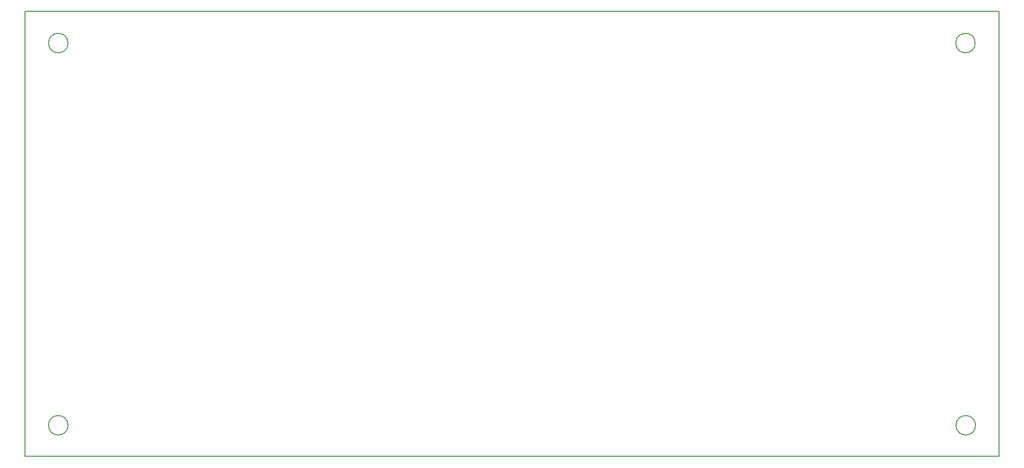
<source format=gm1>
G04 #@! TF.GenerationSoftware,KiCad,Pcbnew,(5.1.10)-1*
G04 #@! TF.CreationDate,2022-08-15T16:43:16+01:00*
G04 #@! TF.ProjectId,BMO Buttons,424d4f20-4275-4747-946f-6e732e6b6963,rev?*
G04 #@! TF.SameCoordinates,Original*
G04 #@! TF.FileFunction,Profile,NP*
%FSLAX46Y46*%
G04 Gerber Fmt 4.6, Leading zero omitted, Abs format (unit mm)*
G04 Created by KiCad (PCBNEW (5.1.10)-1) date 2022-08-15 16:43:16*
%MOMM*%
%LPD*%
G01*
G04 APERTURE LIST*
G04 #@! TA.AperFunction,Profile*
%ADD10C,0.200000*%
G04 #@! TD*
G04 APERTURE END LIST*
D10*
X64250000Y-73000000D02*
G75*
G03*
X64250000Y-73000000I-1750000J0D01*
G01*
X64250000Y-141732000D02*
G75*
G03*
X64250000Y-141732000I-1750000J0D01*
G01*
X227302000Y-141732000D02*
G75*
G03*
X227302000Y-141732000I-1750000J0D01*
G01*
X227250000Y-73000000D02*
G75*
G03*
X227250000Y-73000000I-1750000J0D01*
G01*
X231515000Y-147310000D02*
X56515000Y-147310000D01*
X56515000Y-67310000D02*
X231515000Y-67310000D01*
X231515000Y-67310000D02*
X231515000Y-147310000D01*
X56515000Y-147310000D02*
X56515000Y-67310000D01*
M02*

</source>
